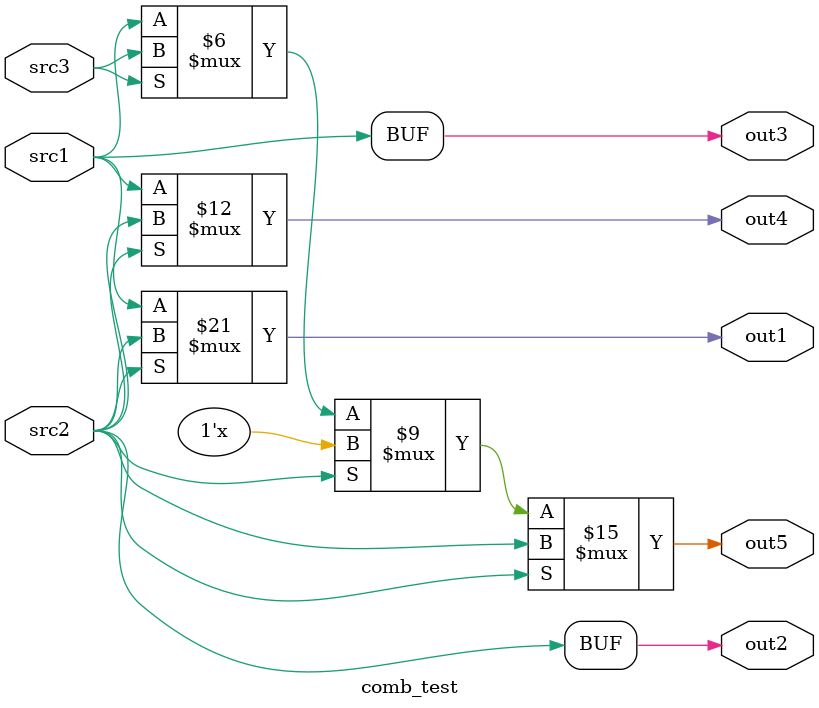
<source format=v>


module comb_test (

src1,
src2,
src3,

out1,
out2,
out3,
out4,
out5

);

  parameter size = 1;

  input [size-1:0] src1;
  input [size-1:0] src2;
  input [size-1:0] src3;

  output [size-1:0] out1;
  output [size-1:0] out2;
  output [size-1:0] out3;
  output [size-1:0] out4;
  output [size-1:0] out5;

  reg [size-1:0]    out1, out2, out3, out4, out5;

  always @(src1 or src2)
  begin
    out1 = src1;
    if (src2[0])
      out1 = src2;
  end

  always @(src1 or src2)
  begin
    out2 = src1;
    out2 = src2;
  end

  always @(src1 or src2 or src3)
  begin
    if (src2)
      out3 = src3;
    out3 = src1;
  end

  always @(src1 or src2 or src3)
  begin
    out4 = src1;
    if (src2[0])
      begin
	out5 = src2;
	out4 = src2;
      end
    else if (src3[0])
      out5 = src3;
    else
      out5 = src1;
  end

endmodule



/*+VL

module make_tests () ;

 wire [7:0] w;

 comb_test #(1) test1 (w[0:0], w[0:0], w[0:0],
                       w[0:0], w[0:0], w[0:0], w[0:0], w[0:0]);

 comb_test #(2) test2 (w[1:0], w[1:0], w[1:0],
                       w[1:0], w[1:0], w[1:0], w[1:0], w[1:0]);

 comb_test #(3) test3 (w[2:0], w[2:0], w[2:0],
                       w[2:0], w[2:0], w[2:0], w[2:0], w[2:0]);

 comb_test #(4) test4 (w[3:0], w[3:0], w[3:0],
                       w[3:0], w[3:0], w[3:0], w[3:0], w[3:0]);

 comb_test #(5) test5 (w[4:0], w[4:0], w[4:0],
                       w[4:0], w[4:0], w[4:0], w[4:0], w[4:0]);

 comb_test #(6) test6 (w[5:0], w[5:0], w[5:0],
                       w[5:0], w[5:0], w[5:0], w[5:0], w[5:0]);

 comb_test #(7) test7 (w[6:0], w[6:0], w[6:0],
                       w[6:0], w[6:0], w[6:0], w[6:0], w[6:0]);

 comb_test #(8) test8 (w[7:0], w[7:0], w[7:0],
                       w[7:0], w[7:0], w[7:0], w[7:0], w[7:0]);

endmodule

*/



</source>
